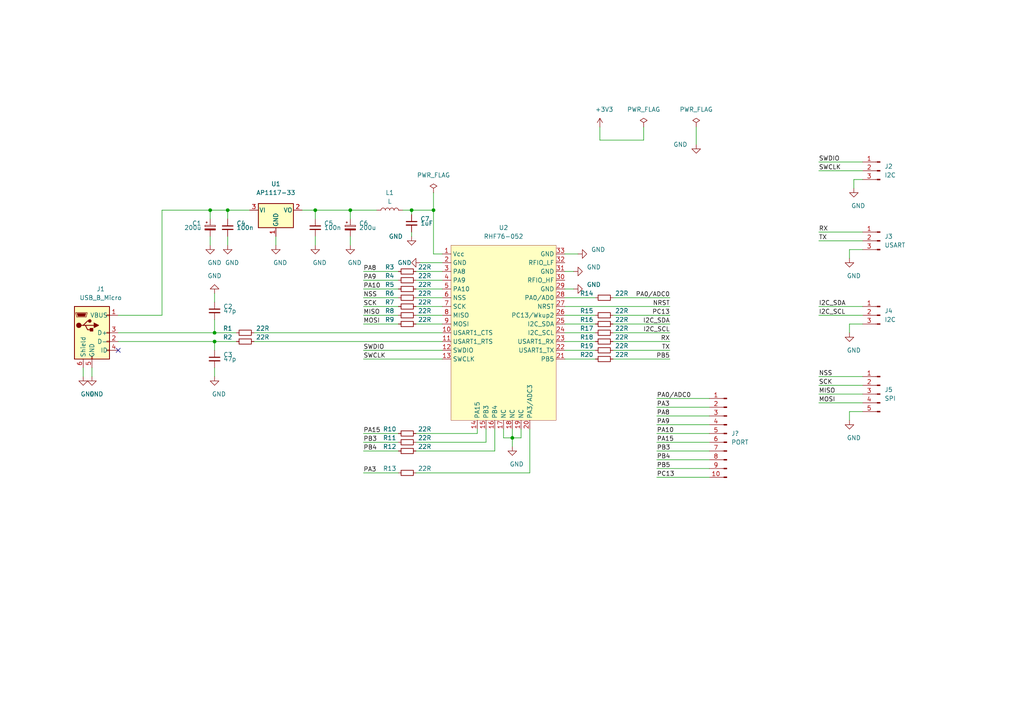
<source format=kicad_sch>
(kicad_sch (version 20200714) (host eeschema "5.99.0-unknown-552dde8~102~ubuntu20.04.1")
  (page 1 1)
  (paper "A4")
  (lib_symbols
    (symbol "Ai-Thinker:RHF76-052"
      (property "Reference" "U" (at 11.43 26.67 0))
      (property "Value" "RHF76-052" (at -8.89 26.67 0))
      (symbol "RHF76-052_0_1"
        (rectangle (start -15.24 25.4) (end 15.24 -25.4) (stroke (width 0.001)) (fill (type background)))
      )
      (symbol "RHF76-052_1_1"
        (pin power_in line (at -17.78 22.86 0) (length 2.54) (name "Vcc") (number "1"))
        (pin power_in line (at -17.78 20.32 0) (length 2.54) (name "GND") (number "2"))
        (pin bidirectional line (at -17.78 17.78 0) (length 2.54) (name "PA8") (number "3"))
        (pin bidirectional line (at -17.78 15.24 0) (length 2.54) (name "PA9") (number "4"))
        (pin bidirectional line (at 17.78 -7.62 180) (length 2.54) (name "PB5") (number "21"))
      )
      (symbol "RHF76-052_0_0"
        (pin bidirectional line (at -17.78 12.7 0) (length 2.54) (name "PA10") (number "5"))
        (pin bidirectional line (at -17.78 10.16 0) (length 2.54) (name "NSS") (number "6"))
        (pin bidirectional line (at -17.78 7.62 0) (length 2.54) (name "SCK") (number "7"))
        (pin bidirectional line (at -17.78 5.08 0) (length 2.54) (name "MISO") (number "8"))
        (pin bidirectional line (at -17.78 2.54 0) (length 2.54) (name "MOSI") (number "9"))
        (pin bidirectional line (at -17.78 0 0) (length 2.54) (name "USART1_CTS") (number "10"))
        (pin bidirectional line (at -17.78 -2.54 0) (length 2.54) (name "USART1_RTS") (number "11"))
        (pin bidirectional line (at -17.78 -5.08 0) (length 2.54) (name "SWDIO") (number "12"))
        (pin bidirectional line (at -17.78 -7.62 0) (length 2.54) (name "SWCLK") (number "13"))
        (pin bidirectional line (at -7.62 -27.94 90) (length 2.54) (name "PA15") (number "14"))
        (pin bidirectional line (at -5.08 -27.94 90) (length 2.54) (name "PB3") (number "15"))
        (pin bidirectional line (at -2.54 -27.94 90) (length 2.54) (name "PB4") (number "16"))
        (pin passive line (at 0 -27.94 90) (length 2.54) (name "NC") (number "17"))
        (pin passive line (at 2.54 -27.94 90) (length 2.54) (name "NC") (number "18"))
        (pin passive line (at 5.08 -27.94 90) (length 2.54) (name "NC") (number "19"))
        (pin bidirectional line (at 7.62 -27.94 90) (length 2.54) (name "PA3/ADC3") (number "20"))
        (pin bidirectional line (at 17.78 -5.08 180) (length 2.54) (name "USART1_TX") (number "22"))
        (pin bidirectional line (at 17.78 -2.54 180) (length 2.54) (name "USART1_RX") (number "23"))
        (pin bidirectional line (at 17.78 0 180) (length 2.54) (name "I2C_SCL") (number "24"))
        (pin bidirectional line (at 17.78 2.54 180) (length 2.54) (name "I2C_SDA") (number "25"))
        (pin bidirectional line (at 17.78 5.08 180) (length 2.54) (name "PC13/Wkup2") (number "26"))
        (pin input line (at 17.78 7.62 180) (length 2.54) (name "NRST") (number "27"))
        (pin bidirectional line (at 17.78 10.16 180) (length 2.54) (name "PA0/AD0") (number "28"))
        (pin power_in line (at 17.78 12.7 180) (length 2.54) (name "GND") (number "29"))
        (pin bidirectional line (at 17.78 15.24 180) (length 2.54) (name "RFIO_HF") (number "30"))
        (pin power_in line (at 17.78 17.78 180) (length 2.54) (name "GND") (number "31"))
        (pin bidirectional line (at 17.78 20.32 180) (length 2.54) (name "RFIO_LF") (number "32"))
        (pin power_in line (at 17.78 22.86 180) (length 2.54) (name "GND") (number "33"))
      )
    )
    (symbol "Connector:Conn_01x03_Male" (pin_names hide)
      (property "Reference" "J" (at 0 5.08 0))
      (property "Value" "Conn_01x03_Male" (at 0 -5.08 0))
      (symbol "Conn_01x03_Male_1_1"
        (rectangle (start 0.8636 -2.413) (end 0 -2.667) (stroke (width 0.1524)) (fill (type outline)))
        (rectangle (start 0.8636 0.127) (end 0 -0.127) (stroke (width 0.1524)) (fill (type outline)))
        (rectangle (start 0.8636 2.667) (end 0 2.413) (stroke (width 0.1524)) (fill (type outline)))
        (polyline (pts (xy 1.27 -2.54) (xy 0.8636 -2.54)) (stroke (width 0.1524)))
        (polyline (pts (xy 1.27 0) (xy 0.8636 0)) (stroke (width 0.1524)))
        (polyline (pts (xy 1.27 2.54) (xy 0.8636 2.54)) (stroke (width 0.1524)))
        (pin passive line (at 5.08 2.54 180) (length 3.81) (name "Pin_1") (number "1"))
        (pin passive line (at 5.08 0 180) (length 3.81) (name "Pin_2") (number "2"))
        (pin passive line (at 5.08 -2.54 180) (length 3.81) (name "Pin_3") (number "3"))
      )
    )
    (symbol "Connector:Conn_01x05_Male" (pin_names hide)
      (property "Reference" "J" (at 0 7.62 0))
      (property "Value" "Conn_01x05_Male" (at 0 -7.62 0))
      (symbol "Conn_01x05_Male_1_1"
        (rectangle (start 0.8636 -4.953) (end 0 -5.207) (stroke (width 0.1524)) (fill (type outline)))
        (rectangle (start 0.8636 -2.413) (end 0 -2.667) (stroke (width 0.1524)) (fill (type outline)))
        (rectangle (start 0.8636 0.127) (end 0 -0.127) (stroke (width 0.1524)) (fill (type outline)))
        (rectangle (start 0.8636 2.667) (end 0 2.413) (stroke (width 0.1524)) (fill (type outline)))
        (rectangle (start 0.8636 5.207) (end 0 4.953) (stroke (width 0.1524)) (fill (type outline)))
        (polyline (pts (xy 1.27 -5.08) (xy 0.8636 -5.08)) (stroke (width 0.1524)))
        (polyline (pts (xy 1.27 -2.54) (xy 0.8636 -2.54)) (stroke (width 0.1524)))
        (polyline (pts (xy 1.27 0) (xy 0.8636 0)) (stroke (width 0.1524)))
        (polyline (pts (xy 1.27 2.54) (xy 0.8636 2.54)) (stroke (width 0.1524)))
        (polyline (pts (xy 1.27 5.08) (xy 0.8636 5.08)) (stroke (width 0.1524)))
        (pin passive line (at 5.08 5.08 180) (length 3.81) (name "Pin_1") (number "1"))
        (pin passive line (at 5.08 2.54 180) (length 3.81) (name "Pin_2") (number "2"))
        (pin passive line (at 5.08 0 180) (length 3.81) (name "Pin_3") (number "3"))
        (pin passive line (at 5.08 -2.54 180) (length 3.81) (name "Pin_4") (number "4"))
        (pin passive line (at 5.08 -5.08 180) (length 3.81) (name "Pin_5") (number "5"))
      )
    )
    (symbol "Connector:Conn_01x10_Male" (pin_names hide)
      (property "Reference" "J" (at 0 12.7 0))
      (property "Value" "Conn_01x10_Male" (at 0 -15.24 0))
      (symbol "Conn_01x10_Male_1_1"
        (rectangle (start 0.8636 -12.573) (end 0 -12.827) (stroke (width 0.1524)) (fill (type outline)))
        (rectangle (start 0.8636 -10.033) (end 0 -10.287) (stroke (width 0.1524)) (fill (type outline)))
        (rectangle (start 0.8636 -7.493) (end 0 -7.747) (stroke (width 0.1524)) (fill (type outline)))
        (rectangle (start 0.8636 -4.953) (end 0 -5.207) (stroke (width 0.1524)) (fill (type outline)))
        (rectangle (start 0.8636 -2.413) (end 0 -2.667) (stroke (width 0.1524)) (fill (type outline)))
        (rectangle (start 0.8636 0.127) (end 0 -0.127) (stroke (width 0.1524)) (fill (type outline)))
        (rectangle (start 0.8636 2.667) (end 0 2.413) (stroke (width 0.1524)) (fill (type outline)))
        (rectangle (start 0.8636 5.207) (end 0 4.953) (stroke (width 0.1524)) (fill (type outline)))
        (rectangle (start 0.8636 7.747) (end 0 7.493) (stroke (width 0.1524)) (fill (type outline)))
        (rectangle (start 0.8636 10.287) (end 0 10.033) (stroke (width 0.1524)) (fill (type outline)))
        (polyline (pts (xy 1.27 -12.7) (xy 0.8636 -12.7)) (stroke (width 0.1524)))
        (polyline (pts (xy 1.27 -10.16) (xy 0.8636 -10.16)) (stroke (width 0.1524)))
        (polyline (pts (xy 1.27 -7.62) (xy 0.8636 -7.62)) (stroke (width 0.1524)))
        (polyline (pts (xy 1.27 -5.08) (xy 0.8636 -5.08)) (stroke (width 0.1524)))
        (polyline (pts (xy 1.27 -2.54) (xy 0.8636 -2.54)) (stroke (width 0.1524)))
        (polyline (pts (xy 1.27 0) (xy 0.8636 0)) (stroke (width 0.1524)))
        (polyline (pts (xy 1.27 2.54) (xy 0.8636 2.54)) (stroke (width 0.1524)))
        (polyline (pts (xy 1.27 5.08) (xy 0.8636 5.08)) (stroke (width 0.1524)))
        (polyline (pts (xy 1.27 7.62) (xy 0.8636 7.62)) (stroke (width 0.1524)))
        (polyline (pts (xy 1.27 10.16) (xy 0.8636 10.16)) (stroke (width 0.1524)))
        (pin passive line (at 5.08 10.16 180) (length 3.81) (name "Pin_1") (number "1"))
        (pin passive line (at 5.08 -12.7 180) (length 3.81) (name "Pin_10") (number "10"))
        (pin passive line (at 5.08 7.62 180) (length 3.81) (name "Pin_2") (number "2"))
        (pin passive line (at 5.08 5.08 180) (length 3.81) (name "Pin_3") (number "3"))
        (pin passive line (at 5.08 2.54 180) (length 3.81) (name "Pin_4") (number "4"))
        (pin passive line (at 5.08 0 180) (length 3.81) (name "Pin_5") (number "5"))
        (pin passive line (at 5.08 -2.54 180) (length 3.81) (name "Pin_6") (number "6"))
        (pin passive line (at 5.08 -5.08 180) (length 3.81) (name "Pin_7") (number "7"))
        (pin passive line (at 5.08 -7.62 180) (length 3.81) (name "Pin_8") (number "8"))
        (pin passive line (at 5.08 -10.16 180) (length 3.81) (name "Pin_9") (number "9"))
      )
    )
    (symbol "Connector:USB_B_Micro"
      (property "Reference" "J" (at -5.08 11.43 0))
      (property "Value" "USB_B_Micro" (at -5.08 8.89 0))
      (symbol "USB_B_Micro_0_1"
        (circle (center -3.81 2.159) (radius 0.635) (stroke (width 0.254)) (fill (type outline)))
        (circle (center -0.635 3.429) (radius 0.381) (stroke (width 0.254)) (fill (type outline)))
        (rectangle (start -5.08 -7.62) (end 5.08 7.62) (stroke (width 0.254)) (fill (type background)))
        (rectangle (start -0.127 -7.62) (end 0.127 -6.858))
        (rectangle (start 0.254 1.27) (end -0.508 0.508) (stroke (width 0.254)) (fill (type outline)))
        (rectangle (start 5.08 -5.207) (end 4.318 -4.953))
        (rectangle (start 5.08 -2.667) (end 4.318 -2.413))
        (rectangle (start 5.08 -0.127) (end 4.318 0.127))
        (rectangle (start 5.08 4.953) (end 4.318 5.207))
        (polyline (pts (xy -1.905 2.159) (xy 0.635 2.159)) (stroke (width 0.254)))
        (polyline (pts (xy -3.175 2.159) (xy -2.54 2.159) (xy -1.27 3.429) (xy -0.635 3.429)) (stroke (width 0.254)))
        (polyline (pts (xy -2.54 2.159) (xy -1.905 2.159) (xy -1.27 0.889) (xy 0 0.889)) (stroke (width 0.254)))
        (polyline (pts (xy 0.635 2.794) (xy 0.635 1.524) (xy 1.905 2.159) (xy 0.635 2.794)) (stroke (width 0.254)) (fill (type outline)))
        (polyline (pts (xy -4.318 5.588) (xy -1.778 5.588) (xy -2.032 4.826) (xy -4.064 4.826) (xy -4.318 5.588)) (fill (type outline)))
        (polyline (pts (xy -4.699 5.842) (xy -4.699 5.588) (xy -4.445 4.826) (xy -4.445 4.572) (xy -1.651 4.572) (xy -1.651 4.826) (xy -1.397 5.588) (xy -1.397 5.842) (xy -4.699 5.842)))
      )
      (symbol "USB_B_Micro_1_1"
        (pin power_out line (at 7.62 5.08 180) (length 2.54) (name "VBUS") (number "1"))
        (pin passive line (at 7.62 -2.54 180) (length 2.54) (name "D-") (number "2"))
        (pin passive line (at 7.62 0 180) (length 2.54) (name "D+") (number "3"))
        (pin passive line (at 7.62 -5.08 180) (length 2.54) (name "ID") (number "4"))
        (pin power_out line (at 0 -10.16 90) (length 2.54) (name "GND") (number "5"))
        (pin passive line (at -2.54 -10.16 90) (length 2.54) (name "Shield") (number "6"))
      )
    )
    (symbol "Device:CP_Small" (pin_numbers hide) (pin_names (offset 0.254) hide)
      (property "Reference" "C" (at 0.254 1.778 0))
      (property "Value" "CP_Small" (at 0.254 -2.032 0))
      (symbol "CP_Small_0_1"
        (rectangle (start -1.524 -0.3048) (end 1.524 -0.6858) (fill (type outline)))
        (rectangle (start -1.524 0.6858) (end 1.524 0.3048))
        (polyline (pts (xy -1.27 1.524) (xy -0.762 1.524)))
        (polyline (pts (xy -1.016 1.27) (xy -1.016 1.778)))
      )
      (symbol "CP_Small_1_1"
        (pin passive line (at 0 2.54 270) (length 1.8542) (name "~") (number "1"))
        (pin passive line (at 0 -2.54 90) (length 1.8542) (name "~") (number "2"))
      )
    )
    (symbol "Device:C_Small" (pin_numbers hide) (pin_names (offset 0.254) hide)
      (property "Reference" "C" (at 0.254 1.778 0))
      (property "Value" "C_Small" (at 0.254 -2.032 0))
      (symbol "C_Small_0_1"
        (polyline (pts (xy -1.524 -0.508) (xy 1.524 -0.508)) (stroke (width 0.3302)))
        (polyline (pts (xy -1.524 0.508) (xy 1.524 0.508)) (stroke (width 0.3048)))
      )
      (symbol "C_Small_1_1"
        (pin passive line (at 0 2.54 270) (length 2.032) (name "~") (number "1"))
        (pin passive line (at 0 -2.54 90) (length 2.032) (name "~") (number "2"))
      )
    )
    (symbol "Device:L" (pin_numbers hide) (pin_names hide)
      (property "Reference" "L" (at -1.27 0 90))
      (property "Value" "L" (at 1.905 0 90))
      (symbol "L_0_1"
        (arc (start 0 -2.54) (end 0 -1.27) (radius (at 0 -1.905) (length 0.635) (angles -89.9 89.9)))
        (arc (start 0 -1.27) (end 0 0) (radius (at 0 -0.635) (length 0.635) (angles -89.9 89.9)))
        (arc (start 0 0) (end 0 1.27) (radius (at 0 0.635) (length 0.635) (angles -89.9 89.9)))
        (arc (start 0 1.27) (end 0 2.54) (radius (at 0 1.905) (length 0.635) (angles -89.9 89.9)))
      )
      (symbol "L_1_1"
        (pin passive line (at 0 3.81 270) (length 1.27) (name "1") (number "1"))
        (pin passive line (at 0 -3.81 90) (length 1.27) (name "2") (number "2"))
      )
    )
    (symbol "Device:R_Small" (pin_numbers hide) (pin_names (offset 0.254) hide)
      (property "Reference" "R" (at 0.762 0.508 0))
      (property "Value" "R_Small" (at 0.762 -1.016 0))
      (symbol "R_Small_0_1"
        (rectangle (start -0.762 1.778) (end 0.762 -1.778) (stroke (width 0.2032)))
      )
      (symbol "R_Small_1_1"
        (pin passive line (at 0 2.54 270) (length 0.762) (name "~") (number "1"))
        (pin passive line (at 0 -2.54 90) (length 0.762) (name "~") (number "2"))
      )
    )
    (symbol "Regulator_Linear:AP1117-33" (pin_names (offset 0.254))
      (property "Reference" "U" (at -3.81 3.175 0))
      (property "Value" "AP1117-33" (at 0 3.175 0))
      (symbol "AP1117-33_0_1"
        (rectangle (start -5.08 -5.08) (end 5.08 1.905) (stroke (width 0.254)) (fill (type background)))
      )
      (symbol "AP1117-33_1_1"
        (pin power_in line (at 0 -7.62 90) (length 2.54) (name "GND") (number "1"))
        (pin power_out line (at 7.62 0 180) (length 2.54) (name "VO") (number "2"))
        (pin power_in line (at -7.62 0 0) (length 2.54) (name "VI") (number "3"))
      )
    )
    (symbol "power:+3V3" (power) (pin_names (offset 0))
      (property "Value" "+3V3" (at 0 3.556 0))
      (symbol "+3V3_0_1"
        (polyline (pts (xy -0.762 1.27) (xy 0 2.54)))
        (polyline (pts (xy 0 0) (xy 0 2.54)))
        (polyline (pts (xy 0 2.54) (xy 0.762 1.27)))
      )
      (symbol "+3V3_1_1"
        (pin power_in line (at 0 0 90) (length 0) hide (name "+3V3") (number "1"))
      )
    )
    (symbol "power:GND" (power) (pin_names (offset 0))
      (property "Value" "GND" (at 0 -3.81 0))
      (symbol "GND_0_1"
        (polyline (pts (xy 0 0) (xy 0 -1.27) (xy 1.27 -1.27) (xy 0 -2.54) (xy -1.27 -1.27) (xy 0 -1.27)))
      )
      (symbol "GND_1_1"
        (pin power_in line (at 0 0 270) (length 0) hide (name "GND") (number "1"))
      )
    )
    (symbol "power:PWR_FLAG" (power) (pin_numbers hide) (pin_names (offset 0) hide)
      (property "Value" "PWR_FLAG" (at 0 3.81 0))
      (symbol "PWR_FLAG_0_1"
        (polyline (pts (xy 0 0) (xy 0 1.27) (xy -1.016 1.905) (xy 0 2.54) (xy 1.016 1.905) (xy 0 1.27)))
      )
      (symbol "PWR_FLAG_0_0"
        (pin power_out line (at 0 0 90) (length 0) (name "pwr") (number "1"))
      )
    )
  )
  (junction (at 60.96 60.96))
  (junction (at 62.23 96.52))
  (junction (at 62.23 99.06))
  (junction (at 66.04 60.96))
  (junction (at 91.44 60.96))
  (junction (at 101.6 60.96))
  (junction (at 119.38 60.96))
  (junction (at 125.73 60.96))
  (junction (at 148.59 127))
  (no_connect (at 34.29 101.6))
  (wire (pts (xy 24.13 106.68) (xy 24.13 109.22)))
  (wire (pts (xy 26.67 106.68) (xy 26.67 109.22)))
  (wire (pts (xy 34.29 96.52) (xy 62.23 96.52)))
  (wire (pts (xy 34.29 99.06) (xy 62.23 99.06)))
  (wire (pts (xy 46.99 60.96) (xy 46.99 91.44)))
  (wire (pts (xy 46.99 91.44) (xy 34.29 91.44)))
  (wire (pts (xy 60.96 60.96) (xy 46.99 60.96)))
  (wire (pts (xy 60.96 60.96) (xy 60.96 63.5)))
  (wire (pts (xy 60.96 68.58) (xy 60.96 71.12)))
  (wire (pts (xy 62.23 85.09) (xy 62.23 87.63)))
  (wire (pts (xy 62.23 92.71) (xy 62.23 96.52)))
  (wire (pts (xy 62.23 96.52) (xy 68.58 96.52)))
  (wire (pts (xy 62.23 99.06) (xy 62.23 101.6)))
  (wire (pts (xy 62.23 99.06) (xy 68.58 99.06)))
  (wire (pts (xy 62.23 106.68) (xy 62.23 109.22)))
  (wire (pts (xy 66.04 60.96) (xy 60.96 60.96)))
  (wire (pts (xy 66.04 60.96) (xy 66.04 63.5)))
  (wire (pts (xy 66.04 68.58) (xy 66.04 71.12)))
  (wire (pts (xy 72.39 60.96) (xy 66.04 60.96)))
  (wire (pts (xy 73.66 96.52) (xy 128.27 96.52)))
  (wire (pts (xy 73.66 99.06) (xy 128.27 99.06)))
  (wire (pts (xy 80.01 68.58) (xy 80.01 71.12)))
  (wire (pts (xy 91.44 60.96) (xy 87.63 60.96)))
  (wire (pts (xy 91.44 60.96) (xy 91.44 63.5)))
  (wire (pts (xy 91.44 60.96) (xy 101.6 60.96)))
  (wire (pts (xy 91.44 68.58) (xy 91.44 71.12)))
  (wire (pts (xy 101.6 60.96) (xy 101.6 63.5)))
  (wire (pts (xy 101.6 60.96) (xy 109.22 60.96)))
  (wire (pts (xy 101.6 68.58) (xy 101.6 71.12)))
  (wire (pts (xy 105.41 78.74) (xy 115.57 78.74)))
  (wire (pts (xy 105.41 81.28) (xy 115.57 81.28)))
  (wire (pts (xy 105.41 83.82) (xy 115.57 83.82)))
  (wire (pts (xy 105.41 86.36) (xy 115.57 86.36)))
  (wire (pts (xy 105.41 88.9) (xy 115.57 88.9)))
  (wire (pts (xy 105.41 91.44) (xy 115.57 91.44)))
  (wire (pts (xy 105.41 93.98) (xy 115.57 93.98)))
  (wire (pts (xy 105.41 101.6) (xy 128.27 101.6)))
  (wire (pts (xy 105.41 104.14) (xy 128.27 104.14)))
  (wire (pts (xy 105.41 125.73) (xy 115.57 125.73)))
  (wire (pts (xy 105.41 128.27) (xy 115.57 128.27)))
  (wire (pts (xy 105.41 130.81) (xy 115.57 130.81)))
  (wire (pts (xy 105.41 137.16) (xy 115.57 137.16)))
  (wire (pts (xy 116.84 60.96) (xy 119.38 60.96)))
  (wire (pts (xy 119.38 60.96) (xy 119.38 62.23)))
  (wire (pts (xy 119.38 60.96) (xy 125.73 60.96)))
  (wire (pts (xy 119.38 67.31) (xy 119.38 68.58)))
  (wire (pts (xy 120.65 78.74) (xy 128.27 78.74)))
  (wire (pts (xy 120.65 81.28) (xy 128.27 81.28)))
  (wire (pts (xy 120.65 83.82) (xy 128.27 83.82)))
  (wire (pts (xy 120.65 86.36) (xy 128.27 86.36)))
  (wire (pts (xy 120.65 88.9) (xy 128.27 88.9)))
  (wire (pts (xy 120.65 91.44) (xy 128.27 91.44)))
  (wire (pts (xy 120.65 93.98) (xy 128.27 93.98)))
  (wire (pts (xy 120.65 125.73) (xy 138.43 125.73)))
  (wire (pts (xy 120.65 128.27) (xy 140.97 128.27)))
  (wire (pts (xy 120.65 130.81) (xy 143.51 130.81)))
  (wire (pts (xy 120.65 137.16) (xy 153.67 137.16)))
  (wire (pts (xy 121.92 76.2) (xy 128.27 76.2)))
  (wire (pts (xy 125.73 55.88) (xy 125.73 60.96)))
  (wire (pts (xy 125.73 60.96) (xy 125.73 73.66)))
  (wire (pts (xy 125.73 73.66) (xy 128.27 73.66)))
  (wire (pts (xy 138.43 125.73) (xy 138.43 124.46)))
  (wire (pts (xy 140.97 128.27) (xy 140.97 124.46)))
  (wire (pts (xy 143.51 130.81) (xy 143.51 124.46)))
  (wire (pts (xy 146.05 124.46) (xy 146.05 127)))
  (wire (pts (xy 146.05 127) (xy 148.59 127)))
  (wire (pts (xy 148.59 124.46) (xy 148.59 127)))
  (wire (pts (xy 148.59 127) (xy 148.59 129.54)))
  (wire (pts (xy 148.59 127) (xy 151.13 127)))
  (wire (pts (xy 151.13 127) (xy 151.13 124.46)))
  (wire (pts (xy 153.67 137.16) (xy 153.67 124.46)))
  (wire (pts (xy 163.83 73.66) (xy 167.64 73.66)))
  (wire (pts (xy 163.83 78.74) (xy 166.37 78.74)))
  (wire (pts (xy 163.83 83.82) (xy 166.37 83.82)))
  (wire (pts (xy 163.83 86.36) (xy 172.72 86.36)))
  (wire (pts (xy 163.83 88.9) (xy 194.31 88.9)))
  (wire (pts (xy 163.83 91.44) (xy 172.72 91.44)))
  (wire (pts (xy 163.83 93.98) (xy 172.72 93.98)))
  (wire (pts (xy 163.83 96.52) (xy 172.72 96.52)))
  (wire (pts (xy 163.83 99.06) (xy 172.72 99.06)))
  (wire (pts (xy 163.83 101.6) (xy 172.72 101.6)))
  (wire (pts (xy 163.83 104.14) (xy 172.72 104.14)))
  (wire (pts (xy 173.99 36.83) (xy 173.99 40.64)))
  (wire (pts (xy 173.99 40.64) (xy 186.69 40.64)))
  (wire (pts (xy 177.8 86.36) (xy 194.31 86.36)))
  (wire (pts (xy 177.8 91.44) (xy 194.31 91.44)))
  (wire (pts (xy 177.8 93.98) (xy 194.31 93.98)))
  (wire (pts (xy 177.8 96.52) (xy 194.31 96.52)))
  (wire (pts (xy 177.8 99.06) (xy 194.31 99.06)))
  (wire (pts (xy 177.8 101.6) (xy 194.31 101.6)))
  (wire (pts (xy 177.8 104.14) (xy 194.31 104.14)))
  (wire (pts (xy 186.69 40.64) (xy 186.69 36.83)))
  (wire (pts (xy 190.5 115.57) (xy 205.74 115.57)))
  (wire (pts (xy 190.5 118.11) (xy 205.74 118.11)))
  (wire (pts (xy 190.5 120.65) (xy 205.74 120.65)))
  (wire (pts (xy 190.5 123.19) (xy 205.74 123.19)))
  (wire (pts (xy 190.5 125.73) (xy 205.74 125.73)))
  (wire (pts (xy 190.5 128.27) (xy 205.74 128.27)))
  (wire (pts (xy 190.5 130.81) (xy 205.74 130.81)))
  (wire (pts (xy 190.5 133.35) (xy 205.74 133.35)))
  (wire (pts (xy 190.5 135.89) (xy 205.74 135.89)))
  (wire (pts (xy 190.5 138.43) (xy 205.74 138.43)))
  (wire (pts (xy 201.93 36.83) (xy 201.93 41.91)))
  (wire (pts (xy 237.49 46.99) (xy 250.19 46.99)))
  (wire (pts (xy 237.49 49.53) (xy 250.19 49.53)))
  (wire (pts (xy 237.49 67.31) (xy 250.19 67.31)))
  (wire (pts (xy 237.49 69.85) (xy 250.19 69.85)))
  (wire (pts (xy 237.49 88.9) (xy 250.19 88.9)))
  (wire (pts (xy 237.49 91.44) (xy 250.19 91.44)))
  (wire (pts (xy 237.49 109.22) (xy 250.19 109.22)))
  (wire (pts (xy 237.49 111.76) (xy 250.19 111.76)))
  (wire (pts (xy 237.49 114.3) (xy 250.19 114.3)))
  (wire (pts (xy 237.49 116.84) (xy 250.19 116.84)))
  (wire (pts (xy 246.38 72.39) (xy 250.19 72.39)))
  (wire (pts (xy 246.38 74.93) (xy 246.38 72.39)))
  (wire (pts (xy 246.38 93.98) (xy 250.19 93.98)))
  (wire (pts (xy 246.38 96.52) (xy 246.38 93.98)))
  (wire (pts (xy 246.38 119.38) (xy 246.38 121.92)))
  (wire (pts (xy 247.65 52.07) (xy 250.19 52.07)))
  (wire (pts (xy 247.65 54.61) (xy 247.65 52.07)))
  (wire (pts (xy 250.19 119.38) (xy 246.38 119.38)))
  (label "PA8" (at 105.41 78.74 0))
  (label "PA9" (at 105.41 81.28 0))
  (label "PA10" (at 105.41 83.82 0))
  (label "NSS" (at 105.41 86.36 0))
  (label "SCK" (at 105.41 88.9 0))
  (label "MISO" (at 105.41 91.44 0))
  (label "MOSI" (at 105.41 93.98 0))
  (label "SWDIO" (at 105.41 101.6 0))
  (label "SWCLK" (at 105.41 104.14 0))
  (label "PA15" (at 105.41 125.73 0))
  (label "PB3" (at 105.41 128.27 0))
  (label "PB4" (at 105.41 130.81 0))
  (label "PA3" (at 105.41 137.16 0))
  (label "PA0{slash}ADC0" (at 190.5 115.57 0))
  (label "PA3" (at 190.5 118.11 0))
  (label "PA8" (at 190.5 120.65 0))
  (label "PA9" (at 190.5 123.19 0))
  (label "PA10" (at 190.5 125.73 0))
  (label "PA15" (at 190.5 128.27 0))
  (label "PB3" (at 190.5 130.81 0))
  (label "PB4" (at 190.5 133.35 0))
  (label "PB5" (at 190.5 135.89 0))
  (label "PC13" (at 190.5 138.43 0))
  (label "PA0{slash}ADC0" (at 194.31 86.36 180))
  (label "NRST" (at 194.31 88.9 180))
  (label "PC13" (at 194.31 91.44 180))
  (label "I2C_SDA" (at 194.31 93.98 180))
  (label "I2C_SCL" (at 194.31 96.52 180))
  (label "RX" (at 194.31 99.06 180))
  (label "TX" (at 194.31 101.6 180))
  (label "PB5" (at 194.31 104.14 180))
  (label "SWDIO" (at 237.49 46.99 0))
  (label "SWCLK" (at 237.49 49.53 0))
  (label "RX" (at 237.49 67.31 0))
  (label "TX" (at 237.49 69.85 0))
  (label "I2C_SDA" (at 237.49 88.9 0))
  (label "I2C_SCL" (at 237.49 91.44 0))
  (label "NSS" (at 237.49 109.22 0))
  (label "SCK" (at 237.49 111.76 0))
  (label "MISO" (at 237.49 114.3 0))
  (label "MOSI" (at 237.49 116.84 0))
  (symbol (lib_id "power:PWR_FLAG") (at 125.73 55.88 0) (unit 1)
    (property "Reference" "#FLG01" (effects hide))
    (property "Value" "PWR_FLAG" (at 125.73 50.8 0))
  )
  (symbol (lib_id "power:PWR_FLAG") (at 186.69 36.83 0) (unit 1)
    (property "Reference" "#FLG02" (effects hide))
    (property "Value" "PWR_FLAG" (at 186.69 31.75 0))
  )
  (symbol (lib_id "power:PWR_FLAG") (at 201.93 36.83 0) (unit 1)
    (property "Reference" "#FLG03" (effects hide))
    (property "Value" "PWR_FLAG" (at 201.93 31.75 0))
  )
  (symbol (lib_id "power:+3V3") (at 173.99 36.83 0) (unit 1)
    (property "Reference" "#PWR016" (effects hide))
    (property "Value" "+3V3" (at 175.26 31.75 0))
  )
  (symbol (lib_id "Device:L") (at 113.03 60.96 90) (unit 1)
    (property "Reference" "L1" (at 113.03 55.88 90))
    (property "Value" "L" (at 113.03 58.42 90))
  )
  (symbol (lib_id "power:GND") (at 24.13 109.22 0) (unit 1)
    (property "Reference" "#PWR01" (effects hide))
    (property "Value" "GND" (at 25.4 114.3 0))
  )
  (symbol (lib_id "power:GND") (at 26.67 109.22 0) (unit 1)
    (property "Reference" "#PWR02" (effects hide))
    (property "Value" "GND" (at 27.94 114.3 0))
  )
  (symbol (lib_id "power:GND") (at 60.96 71.12 0) (unit 1)
    (property "Reference" "#PWR03" (effects hide))
    (property "Value" "GND" (at 62.23 76.2 0))
  )
  (symbol (lib_id "power:GND") (at 62.23 85.09 180) (unit 1)
    (property "Reference" "#PWR04" (effects hide))
    (property "Value" "GND" (at 62.23 80.01 0))
  )
  (symbol (lib_id "power:GND") (at 62.23 109.22 0) (unit 1)
    (property "Reference" "#PWR05" (effects hide))
    (property "Value" "GND" (at 63.5 114.3 0))
  )
  (symbol (lib_id "power:GND") (at 66.04 71.12 0) (unit 1)
    (property "Reference" "#PWR06" (effects hide))
    (property "Value" "GND" (at 67.31 76.2 0))
  )
  (symbol (lib_id "power:GND") (at 80.01 71.12 0) (unit 1)
    (property "Reference" "#PWR07" (effects hide))
    (property "Value" "GND" (at 81.28 76.2 0))
  )
  (symbol (lib_id "power:GND") (at 91.44 71.12 0) (unit 1)
    (property "Reference" "#PWR08" (effects hide))
    (property "Value" "GND" (at 92.71 76.2 0))
  )
  (symbol (lib_id "power:GND") (at 101.6 71.12 0) (unit 1)
    (property "Reference" "#PWR09" (effects hide))
    (property "Value" "GND" (at 102.87 76.2 0))
  )
  (symbol (lib_id "power:GND") (at 119.38 68.58 0) (unit 1)
    (property "Reference" "#PWR010" (effects hide))
    (property "Value" "GND" (at 116.84 68.58 0) (effects (justify right)))
  )
  (symbol (lib_id "power:GND") (at 121.92 76.2 270) (unit 1)
    (property "Reference" "#PWR011" (effects hide))
    (property "Value" "GND" (at 119.38 76.2 90) (effects (justify right)))
  )
  (symbol (lib_id "power:GND") (at 148.59 129.54 0) (unit 1)
    (property "Reference" "#PWR012" (effects hide))
    (property "Value" "GND" (at 149.86 134.62 0))
  )
  (symbol (lib_id "power:GND") (at 166.37 78.74 90) (unit 1)
    (property "Reference" "#PWR013" (effects hide))
    (property "Value" "GND" (at 170.18 77.47 90) (effects (justify right)))
  )
  (symbol (lib_id "power:GND") (at 166.37 83.82 90) (unit 1)
    (property "Reference" "#PWR014" (effects hide))
    (property "Value" "GND" (at 170.18 82.55 90) (effects (justify right)))
  )
  (symbol (lib_id "power:GND") (at 167.64 73.66 90) (unit 1)
    (property "Reference" "#PWR015" (effects hide))
    (property "Value" "GND" (at 171.45 72.39 90) (effects (justify right)))
  )
  (symbol (lib_id "power:GND") (at 201.93 41.91 0) (unit 1)
    (property "Reference" "#PWR017" (effects hide))
    (property "Value" "GND" (at 199.39 41.91 0) (effects (justify right)))
  )
  (symbol (lib_id "power:GND") (at 246.38 74.93 0) (unit 1)
    (property "Reference" "#PWR018" (effects hide))
    (property "Value" "GND" (at 247.65 80.01 0))
  )
  (symbol (lib_id "power:GND") (at 246.38 96.52 0) (unit 1)
    (property "Reference" "#PWR019" (effects hide))
    (property "Value" "GND" (at 247.65 101.6 0))
  )
  (symbol (lib_id "power:GND") (at 246.38 121.92 0) (unit 1)
    (property "Reference" "#PWR020" (effects hide))
    (property "Value" "GND" (at 247.65 127 0))
  )
  (symbol (lib_id "power:GND") (at 247.65 54.61 0) (unit 1)
    (property "Reference" "#PWR021" (effects hide))
    (property "Value" "GND" (at 248.92 59.69 0))
  )
  (symbol (lib_id "Device:R_Small") (at 71.12 96.52 90) (unit 1)
    (property "Reference" "R1" (at 66.04 95.25 90))
    (property "Value" "22R" (at 76.2 95.25 90))
    (property "Footprint" "Resistor_SMD:R_0805_2012Metric" (effects hide))
  )
  (symbol (lib_id "Device:R_Small") (at 71.12 99.06 90) (unit 1)
    (property "Reference" "R2" (at 66.04 97.79 90))
    (property "Value" "22R" (at 76.2 97.79 90))
    (property "Footprint" "Resistor_SMD:R_0805_2012Metric" (effects hide))
  )
  (symbol (lib_id "Device:R_Small") (at 118.11 78.74 90) (unit 1)
    (property "Reference" "R3" (at 113.03 77.47 90))
    (property "Value" "22R" (at 123.19 77.47 90))
    (property "Footprint" "Resistor_SMD:R_0805_2012Metric" (effects hide))
  )
  (symbol (lib_id "Device:R_Small") (at 118.11 81.28 90) (unit 1)
    (property "Reference" "R4" (at 113.03 80.01 90))
    (property "Value" "22R" (at 123.19 80.01 90))
    (property "Footprint" "Resistor_SMD:R_0805_2012Metric" (effects hide))
  )
  (symbol (lib_id "Device:R_Small") (at 118.11 83.82 90) (unit 1)
    (property "Reference" "R5" (at 113.03 82.55 90))
    (property "Value" "22R" (at 123.19 82.55 90))
    (property "Footprint" "Resistor_SMD:R_0805_2012Metric" (effects hide))
  )
  (symbol (lib_id "Device:R_Small") (at 118.11 86.36 90) (unit 1)
    (property "Reference" "R6" (at 113.03 85.09 90))
    (property "Value" "22R" (at 123.19 85.09 90))
    (property "Footprint" "Resistor_SMD:R_0805_2012Metric" (effects hide))
  )
  (symbol (lib_id "Device:R_Small") (at 118.11 88.9 90) (unit 1)
    (property "Reference" "R7" (at 113.03 87.63 90))
    (property "Value" "22R" (at 123.19 87.63 90))
    (property "Footprint" "Resistor_SMD:R_0805_2012Metric" (effects hide))
  )
  (symbol (lib_id "Device:R_Small") (at 118.11 91.44 90) (unit 1)
    (property "Reference" "R8" (at 113.03 90.17 90))
    (property "Value" "22R" (at 123.19 90.17 90))
    (property "Footprint" "Resistor_SMD:R_0805_2012Metric" (effects hide))
  )
  (symbol (lib_id "Device:R_Small") (at 118.11 93.98 90) (unit 1)
    (property "Reference" "R9" (at 113.03 92.71 90))
    (property "Value" "22R" (at 123.19 92.71 90))
    (property "Footprint" "Resistor_SMD:R_0805_2012Metric" (effects hide))
  )
  (symbol (lib_id "Device:R_Small") (at 118.11 125.73 90) (unit 1)
    (property "Reference" "R10" (at 113.03 124.46 90))
    (property "Value" "22R" (at 123.19 124.46 90))
    (property "Footprint" "Resistor_SMD:R_0805_2012Metric" (effects hide))
  )
  (symbol (lib_id "Device:R_Small") (at 118.11 128.27 90) (unit 1)
    (property "Reference" "R11" (at 113.03 127 90))
    (property "Value" "22R" (at 123.19 127 90))
    (property "Footprint" "Resistor_SMD:R_0805_2012Metric" (effects hide))
  )
  (symbol (lib_id "Device:R_Small") (at 118.11 130.81 90) (unit 1)
    (property "Reference" "R12" (at 113.03 129.54 90))
    (property "Value" "22R" (at 123.19 129.54 90))
    (property "Footprint" "Resistor_SMD:R_0805_2012Metric" (effects hide))
  )
  (symbol (lib_id "Device:R_Small") (at 118.11 137.16 90) (unit 1)
    (property "Reference" "R13" (at 113.03 135.89 90))
    (property "Value" "22R" (at 123.19 135.89 90))
    (property "Footprint" "Resistor_SMD:R_0805_2012Metric" (effects hide))
  )
  (symbol (lib_id "Device:R_Small") (at 175.26 86.36 90) (unit 1)
    (property "Reference" "R14" (at 170.18 85.09 90))
    (property "Value" "22R" (at 180.34 85.09 90))
    (property "Footprint" "Resistor_SMD:R_0805_2012Metric" (effects hide))
  )
  (symbol (lib_id "Device:R_Small") (at 175.26 91.44 90) (unit 1)
    (property "Reference" "R15" (at 170.18 90.17 90))
    (property "Value" "22R" (at 180.34 90.17 90))
    (property "Footprint" "Resistor_SMD:R_0805_2012Metric" (effects hide))
  )
  (symbol (lib_id "Device:R_Small") (at 175.26 93.98 90) (unit 1)
    (property "Reference" "R16" (at 170.18 92.71 90))
    (property "Value" "22R" (at 180.34 92.71 90))
    (property "Footprint" "Resistor_SMD:R_0805_2012Metric" (effects hide))
  )
  (symbol (lib_id "Device:R_Small") (at 175.26 96.52 90) (unit 1)
    (property "Reference" "R17" (at 170.18 95.25 90))
    (property "Value" "22R" (at 180.34 95.25 90))
    (property "Footprint" "Resistor_SMD:R_0805_2012Metric" (effects hide))
  )
  (symbol (lib_id "Device:R_Small") (at 175.26 99.06 90) (unit 1)
    (property "Reference" "R18" (at 170.18 97.79 90))
    (property "Value" "22R" (at 180.34 97.79 90))
    (property "Footprint" "Resistor_SMD:R_0805_2012Metric" (effects hide))
  )
  (symbol (lib_id "Device:R_Small") (at 175.26 101.6 90) (unit 1)
    (property "Reference" "R19" (at 170.18 100.33 90))
    (property "Value" "22R" (at 180.34 100.33 90))
    (property "Footprint" "Resistor_SMD:R_0805_2012Metric" (effects hide))
  )
  (symbol (lib_id "Device:R_Small") (at 175.26 104.14 90) (unit 1)
    (property "Reference" "R20" (at 170.18 102.87 90))
    (property "Value" "22R" (at 180.34 102.87 90))
    (property "Footprint" "Resistor_SMD:R_0805_2012Metric" (effects hide))
  )
  (symbol (lib_id "Device:CP_Small") (at 60.96 66.04 0) (unit 1)
    (property "Reference" "C1" (at 58.42 64.77 0) (effects (justify right)))
    (property "Value" "200u" (at 58.42 66.04 0) (effects (justify right)))
  )
  (symbol (lib_id "Device:CP_Small") (at 101.6 66.04 0) (unit 1)
    (property "Reference" "C6" (at 104.14 64.77 0) (effects (justify left)))
    (property "Value" "200u" (at 104.14 66.04 0) (effects (justify left)))
  )
  (symbol (lib_id "Device:C_Small") (at 62.23 90.17 0) (unit 1)
    (property "Reference" "C2" (at 64.77 88.9 0) (effects (justify left)))
    (property "Value" "47p" (at 64.77 90.17 0) (effects (justify left)))
    (property "Footprint" "Capacitor_SMD:C_0805_2012Metric" (effects hide))
  )
  (symbol (lib_id "Device:C_Small") (at 62.23 104.14 0) (unit 1)
    (property "Reference" "C3" (at 64.77 102.87 0) (effects (justify left)))
    (property "Value" "47p" (at 64.77 104.14 0) (effects (justify left)))
    (property "Footprint" "Capacitor_SMD:C_0805_2012Metric" (effects hide))
  )
  (symbol (lib_id "Device:C_Small") (at 66.04 66.04 0) (unit 1)
    (property "Reference" "C4" (at 68.58 64.77 0) (effects (justify left)))
    (property "Value" "100n" (at 68.58 66.04 0) (effects (justify left)))
    (property "Footprint" "Capacitor_SMD:C_0805_2012Metric" (effects hide))
  )
  (symbol (lib_id "Device:C_Small") (at 91.44 66.04 0) (unit 1)
    (property "Reference" "C5" (at 93.98 64.77 0) (effects (justify left)))
    (property "Value" "100n" (at 93.98 66.04 0) (effects (justify left)))
    (property "Footprint" "Capacitor_SMD:C_0805_2012Metric" (effects hide))
  )
  (symbol (lib_id "Device:C_Small") (at 119.38 64.77 0) (unit 1)
    (property "Reference" "C7" (at 121.92 63.5 0) (effects (justify left)))
    (property "Value" "1uF" (at 121.92 64.77 0) (effects (justify left)))
    (property "Footprint" "Capacitor_SMD:C_0805_2012Metric" (effects hide))
  )
  (symbol (lib_id "Connector:Conn_01x03_Male") (at 255.27 49.53 0) (mirror y) (unit 1)
    (property "Reference" "J2" (at 256.54 48.26 0) (effects (justify right)))
    (property "Value" "I2C" (at 256.54 50.8 0) (effects (justify right)))
    (property "Footprint" "Connector_PinHeader_2.54mm:PinHeader_1x03_P2.54mm_Vertical" (effects hide))
  )
  (symbol (lib_id "Connector:Conn_01x03_Male") (at 255.27 69.85 0) (mirror y) (unit 1)
    (property "Reference" "J3" (at 256.54 68.58 0) (effects (justify right)))
    (property "Value" "USART" (at 256.54 71.12 0) (effects (justify right)))
    (property "Footprint" "Connector_PinHeader_2.54mm:PinHeader_1x03_P2.54mm_Vertical" (effects hide))
  )
  (symbol (lib_id "Connector:Conn_01x03_Male") (at 255.27 91.44 0) (mirror y) (unit 1)
    (property "Reference" "J4" (at 256.54 90.17 0) (effects (justify right)))
    (property "Value" "I2C" (at 256.54 92.71 0) (effects (justify right)))
    (property "Footprint" "Connector_PinHeader_2.54mm:PinHeader_1x03_P2.54mm_Vertical" (effects hide))
  )
  (symbol (lib_id "Connector:Conn_01x05_Male") (at 255.27 114.3 0) (mirror y) (unit 1)
    (property "Reference" "J5" (at 256.54 113.03 0) (effects (justify right)))
    (property "Value" "SPI" (at 256.54 115.57 0) (effects (justify right)))
    (property "Footprint" "Connector_PinHeader_2.54mm:PinHeader_1x05_P2.54mm_Vertical" (effects hide))
  )
  (symbol (lib_id "Connector:Conn_01x10_Male") (at 210.82 125.73 0) (mirror y) (unit 1)
    (property "Reference" "J?" (at 212.09 125.73 0) (effects (justify right)))
    (property "Value" "PORT" (at 212.09 128.27 0) (effects (justify right)))
    (property "Footprint" "Connector_PinHeader_2.54mm:PinHeader_1x10_P2.54mm_Vertical" (effects hide))
  )
  (symbol (lib_id "Regulator_Linear:AP1117-33") (at 80.01 60.96 0) (unit 1)
    (property "Reference" "U1" (at 80.01 53.34 0))
    (property "Value" "AP1117-33" (at 80.01 55.88 0))
    (property "Footprint" "Package_TO_SOT_SMD:SOT-223-3_TabPin2" (effects hide))
    (property "Datasheet" "http://www.diodes.com/datasheets/AP1117.pdf" (effects hide))
  )
  (symbol (lib_id "Connector:USB_B_Micro") (at 26.67 96.52 0) (unit 1)
    (property "Reference" "J1" (at 29.21 83.82 0))
    (property "Value" "USB_B_Micro" (at 29.21 86.36 0))
    (property "Footprint" "Connector_USB:USB_Micro-B_Molex_47346-0001" (effects hide))
  )
  (symbol (lib_id "Ai-Thinker:RHF76-052") (at 146.05 96.52 0) (unit 1)
    (property "Reference" "U2" (at 146.05 66.04 0))
    (property "Value" "RHF76-052" (at 146.05 68.58 0))
    (property "Footprint" "Ai-Thinker:RHF76-052" (effects hide))
    (property "Datasheet" "doc/AI-Thinker_RHF-76-052_Datasheet_v03.pdf" (effects hide))
  )
)
</source>
